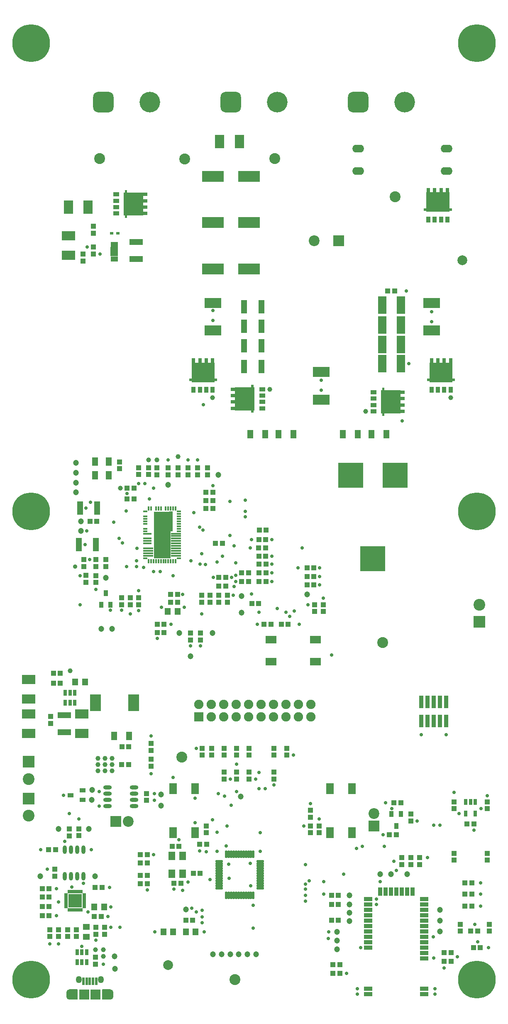
<source format=gts>
G04 Layer_Color=8388736*
%FSLAX44Y44*%
%MOMM*%
G71*
G01*
G75*
%ADD12C,1.0000*%
%ADD71C,2.2000*%
%ADD72R,2.2000X2.2000*%
%ADD77C,0.7000*%
%ADD83R,1.9000X2.7000*%
%ADD84R,1.0500X1.0500*%
%ADD85C,1.2000*%
%ADD86R,1.0500X1.0500*%
%ADD87R,1.7000X0.9000*%
%ADD88R,0.9000X1.7000*%
%ADD89R,0.9000X1.2000*%
%ADD90O,0.5000X1.6000*%
%ADD91O,1.6000X0.5000*%
%ADD92R,1.4500X1.8000*%
%ADD93R,1.2000X1.4500*%
%ADD94R,0.7500X1.2000*%
%ADD95R,2.7000X2.7000*%
%ADD96R,0.8000X0.4800*%
%ADD97R,0.4800X0.8000*%
%ADD98R,1.6000X2.3000*%
%ADD99R,1.2000X1.8000*%
%ADD100R,2.7000X1.9000*%
%ADD101R,2.8000X1.3000*%
%ADD102R,2.2000X3.4000*%
%ADD103R,0.9600X2.6000*%
G04:AMPARAMS|DCode=104|XSize=1.75mm|YSize=0.8mm|CornerRadius=0.4mm|HoleSize=0mm|Usage=FLASHONLY|Rotation=180.000|XOffset=0mm|YOffset=0mm|HoleType=Round|Shape=RoundedRectangle|*
%AMROUNDEDRECTD104*
21,1,1.7500,0.0000,0,0,180.0*
21,1,0.9500,0.8000,0,0,180.0*
1,1,0.8000,-0.4750,0.0000*
1,1,0.8000,0.4750,0.0000*
1,1,0.8000,0.4750,0.0000*
1,1,0.8000,-0.4750,0.0000*
%
%ADD104ROUNDEDRECTD104*%
%ADD105R,1.2000X0.9000*%
%ADD106R,2.3000X1.6000*%
%ADD107R,1.3000X2.8000*%
%ADD108R,1.2000X1.7000*%
%ADD109R,5.2000X5.2000*%
%ADD110R,1.2000X0.9500*%
%ADD111R,1.2000X0.8000*%
%ADD112R,3.4000X2.0000*%
%ADD113R,0.9500X1.2000*%
%ADD114R,0.8000X1.2000*%
%ADD115R,1.7000X3.5500*%
%ADD116R,4.4000X2.3000*%
G04:AMPARAMS|DCode=117|XSize=1.75mm|YSize=0.8mm|CornerRadius=0.4mm|HoleSize=0mm|Usage=FLASHONLY|Rotation=90.000|XOffset=0mm|YOffset=0mm|HoleType=Round|Shape=RoundedRectangle|*
%AMROUNDEDRECTD117*
21,1,1.7500,0.0000,0,0,90.0*
21,1,0.9500,0.8000,0,0,90.0*
1,1,0.8000,0.0000,0.4750*
1,1,0.8000,0.0000,-0.4750*
1,1,0.8000,0.0000,-0.4750*
1,1,0.8000,0.0000,0.4750*
%
%ADD117ROUNDEDRECTD117*%
%ADD118R,1.4500X1.2000*%
%ADD119R,0.9000X0.4500*%
%ADD120R,2.0000X0.4500*%
%ADD121R,0.4500X0.9000*%
%ADD122R,1.7000X0.4500*%
%ADD123R,3.3500X9.5800*%
%ADD124R,0.7000X4.0300*%
%ADD125C,2.0000*%
%ADD126R,1.5500X1.8500*%
%ADD127R,0.5000X1.0000*%
%ADD128R,0.5032X1.0032*%
%ADD129R,0.6064X1.5462*%
%ADD130R,2.0034X2.1050*%
%ADD131R,0.7000X0.6000*%
%ADD132C,2.2320*%
%ADD133C,7.7000*%
%ADD134C,1.9000*%
%ADD135R,1.9000X1.9000*%
%ADD136R,2.2000X2.2000*%
%ADD137O,2.4000X1.6000*%
%ADD138C,2.4000*%
%ADD139R,2.4000X2.4000*%
%ADD140O,1.2500X1.4500*%
%ADD141O,1.2000X2.1000*%
%ADD142C,4.2000*%
G04:AMPARAMS|DCode=143|XSize=4.2mm|YSize=4.2mm|CornerRadius=1.1mm|HoleSize=0mm|Usage=FLASHONLY|Rotation=180.000|XOffset=0mm|YOffset=0mm|HoleType=Round|Shape=RoundedRectangle|*
%AMROUNDEDRECTD143*
21,1,4.2000,2.0000,0,0,180.0*
21,1,2.0000,4.2000,0,0,180.0*
1,1,2.2000,-1.0000,1.0000*
1,1,2.2000,1.0000,1.0000*
1,1,2.2000,1.0000,-1.0000*
1,1,2.2000,-1.0000,-1.0000*
%
%ADD143ROUNDEDRECTD143*%
%ADD144C,0.9000*%
G36*
X573500Y1543750D02*
X578500D01*
Y1538750D01*
X573500D01*
Y1536500D01*
X526500D01*
Y1538750D01*
X521500D01*
Y1543750D01*
X526500D01*
Y1576250D01*
X573500D01*
Y1543750D01*
D02*
G37*
G36*
X-83750Y1576000D02*
X-51250D01*
Y1529000D01*
X-83750D01*
Y1524000D01*
X-88750D01*
Y1529000D01*
X-91000D01*
Y1576000D01*
X-88750D01*
Y1581000D01*
X-83750D01*
Y1576000D01*
D02*
G37*
G36*
X580000Y1196250D02*
X585000D01*
Y1191250D01*
X580000D01*
Y1189000D01*
X533000D01*
Y1191250D01*
X528000D01*
Y1196250D01*
X533000D01*
Y1228750D01*
X580000D01*
Y1196250D01*
D02*
G37*
G36*
X94590D02*
X99590D01*
Y1191250D01*
X94590D01*
Y1189000D01*
X47590D01*
Y1191250D01*
X42590D01*
Y1196250D01*
X47590D01*
Y1228750D01*
X94590D01*
Y1196250D01*
D02*
G37*
G36*
X173750Y1178500D02*
X176000D01*
Y1131500D01*
X173750D01*
Y1126500D01*
X168750D01*
Y1131500D01*
X136250D01*
Y1178500D01*
X168750D01*
Y1183500D01*
X173750D01*
Y1178500D01*
D02*
G37*
G36*
X441250Y1172500D02*
X473750D01*
Y1125500D01*
X441250D01*
Y1120500D01*
X436250D01*
Y1125500D01*
X434000D01*
Y1172500D01*
X436250D01*
Y1177500D01*
X441250D01*
Y1172500D01*
D02*
G37*
G36*
X-118246Y-49498D02*
X-118244Y-49498D01*
X-118182Y-49502D01*
X-118118Y-49507D01*
X-118116Y-49507D01*
X-118113Y-49507D01*
X-118054Y-49519D01*
X-117990Y-49532D01*
X-117987Y-49533D01*
X-117985Y-49533D01*
X-117929Y-49553D01*
X-117865Y-49574D01*
X-117863Y-49575D01*
X-117861Y-49576D01*
X-117805Y-49604D01*
X-117748Y-49632D01*
X-117746Y-49634D01*
X-117743Y-49635D01*
X-117692Y-49670D01*
X-117639Y-49705D01*
X-117637Y-49707D01*
X-117635Y-49708D01*
X-117589Y-49749D01*
X-117540Y-49791D01*
X-117539Y-49793D01*
X-117537Y-49795D01*
X-117497Y-49841D01*
X-117454Y-49890D01*
X-117452Y-49892D01*
X-117451Y-49894D01*
X-117417Y-49946D01*
X-117381Y-49999D01*
X-117380Y-50001D01*
X-117379Y-50003D01*
X-117351Y-50060D01*
X-117323Y-50117D01*
X-117322Y-50119D01*
X-117321Y-50121D01*
X-117302Y-50179D01*
X-117281Y-50241D01*
X-117280Y-50243D01*
X-117280Y-50246D01*
X-117268Y-50305D01*
X-117255Y-50369D01*
X-117255Y-50372D01*
X-117255Y-50374D01*
X-117251Y-50436D01*
X-117247Y-50500D01*
X-117247Y-50503D01*
X-117247Y-50505D01*
X-117251Y-50567D01*
X-117255Y-50631D01*
X-117256Y-50633D01*
X-117256Y-50636D01*
X-117268Y-50695D01*
X-117281Y-50759D01*
X-117282Y-50762D01*
X-117282Y-50764D01*
X-117302Y-50820D01*
X-117323Y-50883D01*
X-117324Y-50886D01*
X-117325Y-50888D01*
X-117353Y-50944D01*
X-117381Y-51001D01*
X-117382Y-51003D01*
X-117384Y-51006D01*
X-117419Y-51057D01*
X-117454Y-51110D01*
X-117456Y-51112D01*
X-117457Y-51114D01*
X-117499Y-51161D01*
X-117540Y-51209D01*
X-117542Y-51210D01*
X-117544Y-51212D01*
X-120277Y-53917D01*
X-120249Y-66084D01*
X-117541Y-68791D01*
X-117540Y-68791D01*
X-117540Y-68791D01*
X-117487Y-68852D01*
X-117454Y-68890D01*
X-117454Y-68890D01*
X-117454Y-68890D01*
X-117425Y-68933D01*
X-117381Y-68999D01*
X-117381Y-68999D01*
D01*
X-117376Y-69008D01*
X-117323Y-69116D01*
X-117323Y-69116D01*
X-117323Y-69117D01*
X-117297Y-69194D01*
X-117281Y-69240D01*
X-117281Y-69241D01*
X-117281Y-69241D01*
X-117272Y-69284D01*
X-117255Y-69369D01*
X-117247Y-69500D01*
Y-69500D01*
Y-69500D01*
X-117251Y-69560D01*
X-117255Y-69631D01*
X-117255Y-69631D01*
Y-69631D01*
X-117281Y-69759D01*
X-117313Y-69855D01*
X-117323Y-69883D01*
X-117323Y-69883D01*
X-117323Y-69883D01*
X-117350Y-69938D01*
X-117381Y-70001D01*
X-117381Y-70001D01*
X-117381Y-70001D01*
X-117454Y-70110D01*
X-117512Y-70176D01*
X-117540Y-70209D01*
X-117540Y-70209D01*
X-117540Y-70209D01*
X-117601Y-70262D01*
X-117639Y-70295D01*
X-117639Y-70295D01*
X-117639Y-70295D01*
X-117682Y-70324D01*
X-117748Y-70368D01*
X-117748Y-70368D01*
D01*
X-117758Y-70373D01*
X-117865Y-70426D01*
X-117865Y-70426D01*
X-117865Y-70426D01*
X-117943Y-70452D01*
X-117989Y-70468D01*
X-117990Y-70468D01*
X-117990Y-70468D01*
X-118033Y-70477D01*
X-118118Y-70494D01*
X-118249Y-70502D01*
X-118249D01*
X-118249D01*
X-133997D01*
X-134048Y-70499D01*
X-134128Y-70494D01*
X-134128Y-70494D01*
X-134128D01*
X-134152Y-70489D01*
X-134256Y-70468D01*
X-134256Y-70468D01*
D01*
X-134381Y-70426D01*
X-134456Y-70389D01*
X-134498Y-70368D01*
X-134498Y-70368D01*
X-134498Y-70368D01*
X-134535Y-70343D01*
X-134607Y-70295D01*
X-134607Y-70295D01*
X-134607Y-70295D01*
X-134650Y-70257D01*
X-134705Y-70209D01*
X-134705Y-70209D01*
X-134706Y-70209D01*
X-134754Y-70153D01*
X-134792Y-70110D01*
X-134792Y-70110D01*
X-134792Y-70110D01*
X-134840Y-70038D01*
X-134865Y-70001D01*
X-134865Y-70001D01*
X-134865Y-70001D01*
X-134886Y-69959D01*
X-134923Y-69884D01*
X-134965Y-69759D01*
D01*
X-134965Y-69759D01*
X-134986Y-69656D01*
X-134991Y-69631D01*
Y-69631D01*
X-134991Y-69631D01*
X-134996Y-69552D01*
X-134999Y-69500D01*
X-135002Y-50500D01*
Y-50500D01*
Y-50500D01*
X-134999Y-50449D01*
X-134994Y-50369D01*
X-134993Y-50369D01*
Y-50369D01*
X-134989Y-50345D01*
X-134968Y-50241D01*
X-134968Y-50241D01*
D01*
X-134926Y-50117D01*
X-134889Y-50041D01*
X-134868Y-49999D01*
X-134868Y-49999D01*
X-134868Y-49999D01*
X-134843Y-49962D01*
X-134795Y-49890D01*
X-134795Y-49890D01*
X-134795Y-49890D01*
X-134757Y-49847D01*
X-134709Y-49791D01*
X-134709Y-49791D01*
X-134709Y-49791D01*
X-134654Y-49743D01*
X-134610Y-49705D01*
X-134610Y-49705D01*
X-134610Y-49705D01*
X-134538Y-49657D01*
X-134501Y-49632D01*
X-134501Y-49632D01*
X-134501Y-49632D01*
X-134459Y-49612D01*
X-134384Y-49574D01*
X-134260Y-49532D01*
D01*
X-134259Y-49532D01*
X-134156Y-49511D01*
X-134131Y-49507D01*
X-134131D01*
X-134131Y-49507D01*
X-134052Y-49501D01*
X-134000Y-49498D01*
X-134000D01*
X-134000D01*
X-118249D01*
X-118246Y-49498D01*
D02*
G37*
G36*
X-185948Y-49501D02*
X-185869Y-49507D01*
X-185869Y-49507D01*
X-185869D01*
X-185844Y-49511D01*
X-185741Y-49532D01*
X-185741Y-49532D01*
D01*
X-185616Y-49574D01*
X-185541Y-49612D01*
X-185499Y-49632D01*
X-185499Y-49632D01*
X-185499Y-49632D01*
X-185462Y-49657D01*
X-185390Y-49705D01*
X-185390Y-49705D01*
X-185390Y-49705D01*
X-185347Y-49743D01*
X-185291Y-49791D01*
X-185291Y-49791D01*
X-185291Y-49791D01*
X-185243Y-49847D01*
X-185205Y-49890D01*
X-185205Y-49890D01*
X-185205Y-49890D01*
X-185157Y-49962D01*
X-185132Y-49999D01*
X-185132Y-49999D01*
X-185132Y-49999D01*
X-185111Y-50041D01*
X-185074Y-50117D01*
X-185032Y-50241D01*
D01*
X-185032Y-50241D01*
X-185011Y-50345D01*
X-185006Y-50369D01*
Y-50369D01*
X-185006Y-50369D01*
X-185001Y-50449D01*
X-184998Y-50500D01*
Y-50500D01*
Y-50500D01*
X-185001Y-69500D01*
X-185004Y-69552D01*
X-185009Y-69631D01*
X-185009Y-69631D01*
Y-69631D01*
X-185014Y-69656D01*
X-185035Y-69759D01*
X-185035Y-69759D01*
D01*
X-185077Y-69884D01*
X-185114Y-69959D01*
X-185135Y-70001D01*
X-185135Y-70001D01*
X-185135Y-70001D01*
X-185160Y-70038D01*
X-185208Y-70110D01*
X-185208Y-70110D01*
X-185208Y-70110D01*
X-185246Y-70153D01*
X-185294Y-70209D01*
X-185294Y-70209D01*
X-185294Y-70209D01*
X-185350Y-70257D01*
X-185393Y-70295D01*
X-185393Y-70295D01*
X-185393Y-70295D01*
X-185465Y-70343D01*
X-185502Y-70368D01*
X-185502Y-70368D01*
X-185502Y-70368D01*
X-185544Y-70389D01*
X-185620Y-70426D01*
X-185744Y-70468D01*
D01*
X-185744Y-70468D01*
X-185848Y-70489D01*
X-185872Y-70494D01*
X-185872D01*
X-185872Y-70494D01*
X-185952Y-70499D01*
X-186003Y-70502D01*
X-201751D01*
X-201751D01*
X-201751D01*
X-201882Y-70494D01*
X-201967Y-70477D01*
X-202010Y-70468D01*
X-202010Y-70468D01*
X-202010Y-70468D01*
X-202057Y-70452D01*
X-202134Y-70426D01*
X-202135Y-70426D01*
X-202135Y-70426D01*
X-202243Y-70373D01*
X-202252Y-70368D01*
D01*
X-202252Y-70368D01*
X-202318Y-70324D01*
X-202361Y-70295D01*
X-202361Y-70295D01*
X-202361Y-70295D01*
X-202399Y-70262D01*
X-202460Y-70209D01*
X-202460Y-70209D01*
X-202460Y-70209D01*
X-202488Y-70176D01*
X-202546Y-70110D01*
X-202619Y-70001D01*
X-202619Y-70001D01*
X-202619Y-70001D01*
X-202650Y-69938D01*
X-202677Y-69883D01*
X-202677Y-69883D01*
X-202677Y-69883D01*
X-202686Y-69855D01*
X-202719Y-69759D01*
X-202745Y-69631D01*
Y-69631D01*
X-202745Y-69631D01*
X-202749Y-69560D01*
X-202753Y-69500D01*
Y-69500D01*
Y-69500D01*
X-202745Y-69369D01*
X-202728Y-69284D01*
X-202719Y-69241D01*
X-202719Y-69241D01*
X-202719Y-69240D01*
X-202703Y-69194D01*
X-202677Y-69117D01*
X-202677Y-69116D01*
X-202677Y-69116D01*
X-202624Y-69008D01*
X-202619Y-68999D01*
D01*
X-202619Y-68999D01*
X-202575Y-68933D01*
X-202546Y-68890D01*
X-202546Y-68890D01*
X-202546Y-68890D01*
X-202513Y-68852D01*
X-202460Y-68791D01*
X-202460Y-68791D01*
X-202460Y-68791D01*
X-199751Y-66084D01*
X-199723Y-53917D01*
X-202456Y-51212D01*
X-202458Y-51210D01*
X-202460Y-51209D01*
X-202501Y-51161D01*
X-202543Y-51114D01*
X-202544Y-51112D01*
X-202546Y-51110D01*
X-202581Y-51057D01*
X-202616Y-51006D01*
X-202617Y-51003D01*
X-202619Y-51001D01*
X-202647Y-50944D01*
X-202675Y-50888D01*
X-202676Y-50886D01*
X-202677Y-50883D01*
X-202698Y-50820D01*
X-202718Y-50764D01*
X-202718Y-50762D01*
X-202719Y-50759D01*
X-202732Y-50695D01*
X-202744Y-50636D01*
X-202744Y-50633D01*
X-202745Y-50631D01*
X-202749Y-50567D01*
X-202753Y-50505D01*
X-202753Y-50503D01*
X-202753Y-50500D01*
X-202749Y-50436D01*
X-202745Y-50374D01*
X-202745Y-50372D01*
X-202745Y-50369D01*
X-202732Y-50305D01*
X-202720Y-50246D01*
X-202719Y-50243D01*
X-202719Y-50241D01*
X-202698Y-50179D01*
X-202679Y-50121D01*
X-202678Y-50119D01*
X-202677Y-50117D01*
X-202649Y-50060D01*
X-202621Y-50003D01*
X-202620Y-50001D01*
X-202619Y-49999D01*
X-202583Y-49946D01*
X-202549Y-49894D01*
X-202548Y-49892D01*
X-202546Y-49890D01*
X-202503Y-49841D01*
X-202463Y-49795D01*
X-202461Y-49793D01*
X-202460Y-49791D01*
X-202411Y-49749D01*
X-202365Y-49708D01*
X-202363Y-49707D01*
X-202361Y-49705D01*
X-202308Y-49670D01*
X-202257Y-49635D01*
X-202254Y-49634D01*
X-202252Y-49632D01*
X-202195Y-49604D01*
X-202139Y-49576D01*
X-202137Y-49575D01*
X-202134Y-49574D01*
X-202071Y-49553D01*
X-202015Y-49533D01*
X-202013Y-49533D01*
X-202010Y-49532D01*
X-201946Y-49519D01*
X-201887Y-49507D01*
X-201884Y-49507D01*
X-201882Y-49507D01*
X-201818Y-49502D01*
X-201756Y-49498D01*
X-201754Y-49498D01*
X-201751Y-49498D01*
X-186000D01*
X-186000D01*
X-186000D01*
X-185948Y-49501D01*
D02*
G37*
D12*
X-23000Y1030000D02*
D03*
X-115000Y396000D02*
D03*
X-129000D02*
D03*
X-143000D02*
D03*
Y409000D02*
D03*
Y422000D02*
D03*
X-129000Y409000D02*
D03*
Y422000D02*
D03*
X-115000D02*
D03*
Y409000D02*
D03*
X19999Y1037502D02*
D03*
X-40000Y1030500D02*
D03*
X576000Y1157500D02*
D03*
X402500Y1129500D02*
D03*
X207500Y1174500D02*
D03*
X90590Y1157500D02*
D03*
X-132500Y18000D02*
D03*
X-148500Y31000D02*
D03*
X-132500D02*
D03*
X-200469Y600000D02*
D03*
X-97500Y973000D02*
D03*
D71*
X420000Y308631D02*
D03*
X-81800Y293000D02*
D03*
X297500Y1477500D02*
D03*
D72*
X420000Y283231D02*
D03*
D77*
X441000Y242000D02*
D03*
X396000D02*
D03*
X-147500Y50500D02*
D03*
X-224000Y129000D02*
D03*
X188000Y270000D02*
D03*
X173590Y75410D02*
D03*
X-164000Y108000D02*
D03*
X-123000Y99000D02*
D03*
X-30000Y972500D02*
D03*
X-38000Y950500D02*
D03*
X-167500Y932500D02*
D03*
X-170000Y858000D02*
D03*
X-93000Y861000D02*
D03*
X-166000Y886000D02*
D03*
X-100000Y870000D02*
D03*
X91071Y1314929D02*
D03*
X-141000Y354000D02*
D03*
X-214000Y346660D02*
D03*
X267000Y695000D02*
D03*
X-2500Y868000D02*
D03*
Y838000D02*
D03*
Y858000D02*
D03*
Y848000D02*
D03*
X-12500Y838000D02*
D03*
Y858000D02*
D03*
Y848000D02*
D03*
Y868000D02*
D03*
Y878000D02*
D03*
X126000Y876161D02*
D03*
X-22500Y918000D02*
D03*
Y908000D02*
D03*
Y898000D02*
D03*
Y888000D02*
D03*
Y878000D02*
D03*
Y868000D02*
D03*
Y838000D02*
D03*
Y848000D02*
D03*
Y858000D02*
D03*
X-12500Y918000D02*
D03*
Y908000D02*
D03*
Y898000D02*
D03*
Y888000D02*
D03*
X-2500Y878000D02*
D03*
Y888000D02*
D03*
Y898000D02*
D03*
Y908000D02*
D03*
Y918000D02*
D03*
X182000Y695000D02*
D03*
X248000Y711000D02*
D03*
X257000Y722500D02*
D03*
X273000Y851000D02*
D03*
X240000Y720000D02*
D03*
X167340Y851000D02*
D03*
X333000Y632500D02*
D03*
X170000Y757000D02*
D03*
X-86000Y926000D02*
D03*
X-159000Y944000D02*
D03*
X-47501Y982502D02*
D03*
X563000Y-6000D02*
D03*
X255000Y428000D02*
D03*
X57000Y442277D02*
D03*
X188000Y232000D02*
D03*
X168590Y161953D02*
D03*
X-166500Y-56000D02*
D03*
X-176000D02*
D03*
X-117000Y118500D02*
D03*
X-197000Y159000D02*
D03*
X-211000Y252000D02*
D03*
X-157000Y235500D02*
D03*
X-260000D02*
D03*
X-202000Y308631D02*
D03*
X-182469Y298000D02*
D03*
X69158Y86000D02*
D03*
Y98000D02*
D03*
X11590Y154500D02*
D03*
X-34698Y390000D02*
D03*
X-141000Y324126D02*
D03*
X-28550Y350000D02*
D03*
Y336000D02*
D03*
X167000Y207000D02*
D03*
X115000Y344840D02*
D03*
X583000Y352500D02*
D03*
X638000Y318826D02*
D03*
X651000Y345000D02*
D03*
X624000Y275000D02*
D03*
X593038Y308962D02*
D03*
X554700Y285000D02*
D03*
X542000D02*
D03*
X45500Y651000D02*
D03*
X567400Y470000D02*
D03*
X516600D02*
D03*
X456000Y319000D02*
D03*
X425000Y123499D02*
D03*
Y134500D02*
D03*
X384000Y238000D02*
D03*
X543918Y-59500D02*
D03*
Y-48500D02*
D03*
X386000Y-59500D02*
D03*
Y-48500D02*
D03*
X625500Y83000D02*
D03*
X541000Y57499D02*
D03*
X590000Y17000D02*
D03*
X542000Y14000D02*
D03*
X364000Y-17000D02*
D03*
X631000Y47000D02*
D03*
X653000Y35500D02*
D03*
X326500Y54500D02*
D03*
X327500Y67500D02*
D03*
X392500Y35500D02*
D03*
X637500Y120000D02*
D03*
Y145000D02*
D03*
X280000Y130000D02*
D03*
X637500Y167500D02*
D03*
X280000Y142453D02*
D03*
X465000Y193000D02*
D03*
X438000Y266000D02*
D03*
X443000Y331000D02*
D03*
X287500Y171953D02*
D03*
X280000Y154500D02*
D03*
Y205000D02*
D03*
Y165000D02*
D03*
X529000Y219000D02*
D03*
X460000Y212000D02*
D03*
X358000Y185000D02*
D03*
X432000Y170000D02*
D03*
X317500Y145000D02*
D03*
Y170000D02*
D03*
X-34698Y467500D02*
D03*
X133933Y855000D02*
D03*
X91090Y977500D02*
D03*
X-65000Y813000D02*
D03*
X-50000Y811000D02*
D03*
X-85000Y813000D02*
D03*
X29590Y756000D02*
D03*
X-14047Y730000D02*
D03*
X32593D02*
D03*
X137500Y795000D02*
D03*
X76000Y817000D02*
D03*
X65000Y817500D02*
D03*
X111000Y834000D02*
D03*
X100000Y822000D02*
D03*
X68000Y839000D02*
D03*
X170000Y867500D02*
D03*
X222000Y727500D02*
D03*
X316000Y748000D02*
D03*
X285000Y735000D02*
D03*
X-139469Y1450469D02*
D03*
X537000Y1312500D02*
D03*
Y1332500D02*
D03*
X312500Y1192500D02*
D03*
Y1172500D02*
D03*
X91090Y1335000D02*
D03*
X211000Y834000D02*
D03*
X157000Y948000D02*
D03*
X40000Y1030000D02*
D03*
X60000D02*
D03*
X0D02*
D03*
X485500Y1375000D02*
D03*
X490750Y1226500D02*
D03*
X126000Y945500D02*
D03*
X309000Y810000D02*
D03*
X-22500Y666000D02*
D03*
X65500Y651000D02*
D03*
X5500Y695500D02*
D03*
X129000Y791000D02*
D03*
X-60000Y764000D02*
D03*
X309000Y775500D02*
D03*
Y792500D02*
D03*
X211000Y867500D02*
D03*
X211500Y817500D02*
D03*
Y800000D02*
D03*
Y782500D02*
D03*
X-60000Y723000D02*
D03*
X68000Y716000D02*
D03*
X-77500D02*
D03*
X-95000Y723547D02*
D03*
X-118000D02*
D03*
X-180000Y794547D02*
D03*
X-64000Y850000D02*
D03*
X173590Y121953D02*
D03*
X-30000Y802500D02*
D03*
X-16000D02*
D03*
X10000Y794500D02*
D03*
X265000Y810000D02*
D03*
X46000Y825000D02*
D03*
X92000Y791000D02*
D03*
X71000Y887000D02*
D03*
X64000Y893000D02*
D03*
X52500Y923000D02*
D03*
X-65000Y825000D02*
D03*
X477500Y1110000D02*
D03*
X132500Y754000D02*
D03*
X133933Y772500D02*
D03*
X-111000Y903000D02*
D03*
X-165750Y1464500D02*
D03*
X-180000Y735000D02*
D03*
X-60000Y982500D02*
D03*
X157000Y914000D02*
D03*
Y925000D02*
D03*
X185000Y720000D02*
D03*
X-147500Y766000D02*
D03*
X137500Y782500D02*
D03*
X185000Y360000D02*
D03*
Y393000D02*
D03*
X198000Y360000D02*
D03*
X124000Y177000D02*
D03*
X78000Y231000D02*
D03*
X69000Y112000D02*
D03*
X29000Y152000D02*
D03*
X22000Y255454D02*
D03*
X123590Y206000D02*
D03*
X10000Y383000D02*
D03*
X126869Y379277D02*
D03*
X178000D02*
D03*
X216000Y367000D02*
D03*
X128000Y326000D02*
D03*
X102000Y350000D02*
D03*
X-153000Y-56000D02*
D03*
X-143500D02*
D03*
X-132500Y2000D02*
D03*
X-228000Y156000D02*
D03*
X-241469Y43000D02*
D03*
X-223969D02*
D03*
X-246469Y195500D02*
D03*
X-172919Y166500D02*
D03*
X-120000Y158000D02*
D03*
X-228000Y101000D02*
D03*
X-117000Y77000D02*
D03*
X-98500D02*
D03*
X55000Y290000D02*
D03*
Y340000D02*
D03*
X40000Y169000D02*
D03*
X57000Y108000D02*
D03*
X48000Y116000D02*
D03*
X85000Y174000D02*
D03*
X118590Y243000D02*
D03*
X100000Y232000D02*
D03*
Y270953D02*
D03*
X120000Y284000D02*
D03*
X277000D02*
D03*
X308047Y298000D02*
D03*
X290000Y329676D02*
D03*
X64000Y233000D02*
D03*
X-30000Y225400D02*
D03*
X-43021Y152890D02*
D03*
X90000Y296000D02*
D03*
X-27000Y68000D02*
D03*
X73000Y68000D02*
D03*
X139580Y410000D02*
D03*
X-197469Y138500D02*
D03*
X-182469D02*
D03*
Y123500D02*
D03*
X-189969Y131000D02*
D03*
X-197469Y123500D02*
D03*
X139000Y354000D02*
D03*
X-160000Y827000D02*
D03*
X-84000Y962000D02*
D03*
X-176000Y38000D02*
D03*
X507500Y294069D02*
D03*
X137500Y820000D02*
D03*
X72000Y1143000D02*
D03*
D83*
X105000Y1680000D02*
D03*
X145000D02*
D03*
X-163700Y1546000D02*
D03*
X-203700D02*
D03*
D84*
X336000Y-17000D02*
D03*
X350000D02*
D03*
X350000Y499D02*
D03*
X336001D02*
D03*
X333000Y91000D02*
D03*
X347000D02*
D03*
X333000Y123499D02*
D03*
X347000D02*
D03*
X333000Y142500D02*
D03*
X347000D02*
D03*
X636470Y35500D02*
D03*
X622470D02*
D03*
X631000Y69000D02*
D03*
X617000D02*
D03*
X619500Y120000D02*
D03*
X605500D02*
D03*
X619500Y145000D02*
D03*
X605500D02*
D03*
X619500Y167500D02*
D03*
X605500D02*
D03*
X609611Y287453D02*
D03*
X623611D02*
D03*
X465000Y266000D02*
D03*
X451000D02*
D03*
X460500Y330931D02*
D03*
X474500D02*
D03*
X78090Y245953D02*
D03*
X64090D02*
D03*
X8000Y242000D02*
D03*
X22000D02*
D03*
X-43000Y207900D02*
D03*
X-57000D02*
D03*
X-43000Y225400D02*
D03*
X-57000D02*
D03*
X-43000Y182900D02*
D03*
X-57000D02*
D03*
X-43021Y165890D02*
D03*
X-57021D02*
D03*
X36047Y91090D02*
D03*
X50047D02*
D03*
X-135000Y158000D02*
D03*
X-149000D02*
D03*
X-243969Y235500D02*
D03*
X-229969D02*
D03*
X-95000Y409000D02*
D03*
X-81000D02*
D03*
X-80500Y445000D02*
D03*
X-94500D02*
D03*
X-220000Y575000D02*
D03*
X-234000D02*
D03*
Y595000D02*
D03*
X-220000D02*
D03*
X244500Y695000D02*
D03*
X230500D02*
D03*
X209500D02*
D03*
X195500D02*
D03*
X103000Y772590D02*
D03*
X117000D02*
D03*
X117000Y791000D02*
D03*
X103000D02*
D03*
X150000Y782500D02*
D03*
X164000D02*
D03*
Y800000D02*
D03*
X150000D02*
D03*
X185000Y834000D02*
D03*
X199000D02*
D03*
X198500Y851000D02*
D03*
X184500D02*
D03*
X185000Y867500D02*
D03*
X199000D02*
D03*
X199590Y887500D02*
D03*
X185590D02*
D03*
X-8500Y678000D02*
D03*
X-22500D02*
D03*
X-8500Y695500D02*
D03*
X-22500D02*
D03*
X19000Y740000D02*
D03*
X5000D02*
D03*
Y756000D02*
D03*
X19000D02*
D03*
X-159500Y905250D02*
D03*
X-145500D02*
D03*
X-70000Y950500D02*
D03*
X-84000D02*
D03*
X-70000Y973000D02*
D03*
X-84000D02*
D03*
X462000Y1375000D02*
D03*
X448000D02*
D03*
X-137000Y99000D02*
D03*
X-151000D02*
D03*
X-242969Y119000D02*
D03*
X-256969D02*
D03*
X-257000Y138500D02*
D03*
X-243000D02*
D03*
Y101000D02*
D03*
X-257000D02*
D03*
X-243000Y156000D02*
D03*
X-257000D02*
D03*
X25590Y166953D02*
D03*
X11590D02*
D03*
X563000Y25000D02*
D03*
X577000D02*
D03*
X563000Y7500D02*
D03*
X577000D02*
D03*
X184500Y737500D02*
D03*
X170500D02*
D03*
X77000Y964500D02*
D03*
X91000D02*
D03*
X77000Y947000D02*
D03*
X91000D02*
D03*
X91000Y931000D02*
D03*
X77000D02*
D03*
X283000Y775500D02*
D03*
X297000D02*
D03*
X283000Y810000D02*
D03*
X297000D02*
D03*
Y792500D02*
D03*
X283000D02*
D03*
X185500Y782500D02*
D03*
X199500D02*
D03*
X185500Y800000D02*
D03*
X199500D02*
D03*
Y817500D02*
D03*
X185500D02*
D03*
X51000Y187000D02*
D03*
X65000D02*
D03*
X96590Y860000D02*
D03*
X110590D02*
D03*
D85*
X343970Y32000D02*
D03*
X553970Y112500D02*
D03*
X487000Y184969D02*
D03*
X91500Y22000D02*
D03*
X109000D02*
D03*
X126500D02*
D03*
X144000D02*
D03*
X179000D02*
D03*
X-109500Y18000D02*
D03*
X-14324Y348000D02*
D03*
Y325000D02*
D03*
X148000Y343334D02*
D03*
X283000Y756000D02*
D03*
X-155649Y336878D02*
D03*
X-155149Y357052D02*
D03*
X22500Y677000D02*
D03*
X90000Y677500D02*
D03*
X45500Y630000D02*
D03*
X-115000Y686092D02*
D03*
X-137000D02*
D03*
X-178000Y905000D02*
D03*
Y886000D02*
D03*
X-188000Y964000D02*
D03*
Y984000D02*
D03*
Y1004000D02*
D03*
Y1024500D02*
D03*
X150000Y753000D02*
D03*
Y719000D02*
D03*
X-0Y979500D02*
D03*
X-261000Y181500D02*
D03*
X-109000Y-8000D02*
D03*
X-149000Y181500D02*
D03*
X-224000Y278000D02*
D03*
X-162000D02*
D03*
X36000Y113137D02*
D03*
X161500Y22000D02*
D03*
X553970Y90499D02*
D03*
Y68499D02*
D03*
X102000Y1000000D02*
D03*
X453999Y185000D02*
D03*
X431969Y185000D02*
D03*
X-127500Y790000D02*
D03*
X343970Y50000D02*
D03*
Y68000D02*
D03*
X369970Y90000D02*
D03*
Y107000D02*
D03*
Y123499D02*
D03*
Y142547D02*
D03*
D86*
X650962Y228000D02*
D03*
Y214000D02*
D03*
X583000Y228000D02*
D03*
Y214000D02*
D03*
X651000Y319000D02*
D03*
Y333000D02*
D03*
X512670Y218953D02*
D03*
Y204953D02*
D03*
X495000Y219000D02*
D03*
Y205000D02*
D03*
X476000Y218953D02*
D03*
Y204953D02*
D03*
X495000Y294000D02*
D03*
Y308000D02*
D03*
X290000Y270000D02*
D03*
Y284000D02*
D03*
X290000Y301676D02*
D03*
Y315676D02*
D03*
X78000Y270000D02*
D03*
Y284000D02*
D03*
X-231469Y195500D02*
D03*
Y181500D02*
D03*
X-202000Y277500D02*
D03*
Y263500D02*
D03*
X-44000Y350000D02*
D03*
Y336000D02*
D03*
X164980Y379277D02*
D03*
Y393277D02*
D03*
X139580Y393277D02*
D03*
Y379277D02*
D03*
X114158Y393277D02*
D03*
Y379277D02*
D03*
X215780Y393277D02*
D03*
Y379277D02*
D03*
X164980Y428277D02*
D03*
Y442277D02*
D03*
X139580Y428277D02*
D03*
Y442277D02*
D03*
X114180Y428277D02*
D03*
Y442277D02*
D03*
X88780Y428277D02*
D03*
Y442277D02*
D03*
X69158Y428277D02*
D03*
Y442277D02*
D03*
X-34698Y405500D02*
D03*
Y419500D02*
D03*
Y452000D02*
D03*
Y438000D02*
D03*
X65500Y663000D02*
D03*
Y677000D02*
D03*
X45500Y663000D02*
D03*
Y677000D02*
D03*
X316000Y735000D02*
D03*
Y721000D02*
D03*
X299000Y735000D02*
D03*
Y721000D02*
D03*
X103000Y754000D02*
D03*
Y740000D02*
D03*
X85500D02*
D03*
Y754000D02*
D03*
X68000Y740000D02*
D03*
Y754000D02*
D03*
X-60000Y749000D02*
D03*
Y735000D02*
D03*
X-77500Y749000D02*
D03*
Y735000D02*
D03*
X-95000Y749000D02*
D03*
Y735000D02*
D03*
X-147500Y794500D02*
D03*
Y780500D02*
D03*
X-127500Y827000D02*
D03*
Y813000D02*
D03*
X-147500Y827000D02*
D03*
Y813000D02*
D03*
X-172000D02*
D03*
Y827000D02*
D03*
X80000Y1014000D02*
D03*
Y1000000D02*
D03*
X60000Y1014000D02*
D03*
Y1000000D02*
D03*
X40000Y1014000D02*
D03*
Y1000000D02*
D03*
X20000D02*
D03*
Y1014000D02*
D03*
X0D02*
D03*
Y1000000D02*
D03*
X-23000D02*
D03*
Y1014000D02*
D03*
X-40000Y1000500D02*
D03*
Y1014500D02*
D03*
X-60000Y1000500D02*
D03*
Y1014500D02*
D03*
X-99000Y1026500D02*
D03*
Y1012500D02*
D03*
X-147500Y63000D02*
D03*
Y77000D02*
D03*
X-187469Y72000D02*
D03*
Y58000D02*
D03*
X-204969Y72000D02*
D03*
Y58000D02*
D03*
X-148500Y2000D02*
D03*
Y16000D02*
D03*
X-130000Y77000D02*
D03*
Y63000D02*
D03*
X-223969Y58000D02*
D03*
Y72000D02*
D03*
X-182250Y278000D02*
D03*
Y264000D02*
D03*
X-241469Y72000D02*
D03*
Y58000D02*
D03*
X308047Y284000D02*
D03*
Y270000D02*
D03*
X583000Y319000D02*
D03*
Y333000D02*
D03*
X596000Y69000D02*
D03*
Y83000D02*
D03*
X-240000Y507000D02*
D03*
Y493000D02*
D03*
X-152500Y1493000D02*
D03*
Y1507000D02*
D03*
Y1450500D02*
D03*
Y1464500D02*
D03*
X-174000Y1436000D02*
D03*
Y1450000D02*
D03*
X120500Y740000D02*
D03*
Y754000D02*
D03*
X-168000Y781000D02*
D03*
Y795000D02*
D03*
X655000Y69000D02*
D03*
Y83000D02*
D03*
X215780Y428277D02*
D03*
Y442277D02*
D03*
X241658Y428277D02*
D03*
Y442277D02*
D03*
D87*
X522499Y13499D02*
D03*
X407499Y35499D02*
D03*
X522499Y68499D02*
D03*
Y57499D02*
D03*
Y134500D02*
D03*
Y123499D02*
D03*
Y46500D02*
D03*
Y90499D02*
D03*
Y24499D02*
D03*
X407499Y46500D02*
D03*
X522499Y35499D02*
D03*
Y101500D02*
D03*
Y79500D02*
D03*
X407499Y112500D02*
D03*
Y68499D02*
D03*
Y57499D02*
D03*
X522499Y112500D02*
D03*
X407499Y101500D02*
D03*
Y90499D02*
D03*
Y79500D02*
D03*
Y123499D02*
D03*
Y134500D02*
D03*
Y-48500D02*
D03*
Y-59500D02*
D03*
X522419Y-48500D02*
D03*
Y-59500D02*
D03*
D88*
X431999Y150000D02*
D03*
X442999D02*
D03*
X486999D02*
D03*
X453999D02*
D03*
X464999D02*
D03*
X475999D02*
D03*
X497999D02*
D03*
D89*
X474500Y307931D02*
D03*
X455500D02*
D03*
X465000Y283931D02*
D03*
X-127500Y759000D02*
D03*
X-118000Y735000D02*
D03*
X-137000D02*
D03*
D90*
X118590Y226453D02*
D03*
X123590D02*
D03*
X128590D02*
D03*
X133590D02*
D03*
X138590D02*
D03*
X143590D02*
D03*
X148590D02*
D03*
X153590D02*
D03*
X158590D02*
D03*
X163590D02*
D03*
X168590D02*
D03*
X173590D02*
D03*
Y142453D02*
D03*
X168590D02*
D03*
X163590D02*
D03*
X158590D02*
D03*
X153590D02*
D03*
X148590D02*
D03*
X143590D02*
D03*
X138590D02*
D03*
X133590D02*
D03*
X128590D02*
D03*
X123590D02*
D03*
X118590D02*
D03*
D91*
X188090Y211953D02*
D03*
Y206953D02*
D03*
Y201953D02*
D03*
Y196953D02*
D03*
Y191953D02*
D03*
Y186953D02*
D03*
Y181953D02*
D03*
Y176953D02*
D03*
Y171953D02*
D03*
Y166953D02*
D03*
Y161953D02*
D03*
Y156953D02*
D03*
X104090D02*
D03*
Y161953D02*
D03*
Y166953D02*
D03*
Y171953D02*
D03*
Y176953D02*
D03*
Y181953D02*
D03*
Y186953D02*
D03*
Y191953D02*
D03*
Y196953D02*
D03*
Y201953D02*
D03*
Y206953D02*
D03*
Y211953D02*
D03*
D92*
X7590Y222953D02*
D03*
Y185953D02*
D03*
X29590D02*
D03*
Y222953D02*
D03*
D93*
X36000Y68000D02*
D03*
X56000D02*
D03*
X-170000Y577500D02*
D03*
X-190000D02*
D03*
X-1000Y721000D02*
D03*
X19000D02*
D03*
X-131000Y118500D02*
D03*
X-151000D02*
D03*
X10000Y68000D02*
D03*
X-10000D02*
D03*
D94*
X-166500Y26250D02*
D03*
X-176000D02*
D03*
X-185500D02*
D03*
Y5750D02*
D03*
X-176000D02*
D03*
X-166500D02*
D03*
X-190969Y555250D02*
D03*
X-200469D02*
D03*
X-209969D02*
D03*
Y534750D02*
D03*
X-200469D02*
D03*
X-190969D02*
D03*
D95*
X-189969Y131000D02*
D03*
D96*
X-208469Y118500D02*
D03*
Y123500D02*
D03*
Y128500D02*
D03*
Y133500D02*
D03*
Y138500D02*
D03*
Y143500D02*
D03*
X-171469D02*
D03*
Y138500D02*
D03*
Y133500D02*
D03*
Y128500D02*
D03*
Y123500D02*
D03*
Y118500D02*
D03*
D97*
X-202469Y149500D02*
D03*
X-197469D02*
D03*
X-192469D02*
D03*
X-187469D02*
D03*
X-182469D02*
D03*
X-177469D02*
D03*
Y112500D02*
D03*
X-182469D02*
D03*
X-187469D02*
D03*
X-192469D02*
D03*
X-197469D02*
D03*
X-202469D02*
D03*
D98*
X10000Y270000D02*
D03*
X55000D02*
D03*
X10000Y360000D02*
D03*
X55000D02*
D03*
X329500Y270000D02*
D03*
X374500D02*
D03*
X329500Y360000D02*
D03*
X374500D02*
D03*
D99*
X-110000Y467500D02*
D03*
X-80000D02*
D03*
X444984Y1082500D02*
D03*
X414984D02*
D03*
X356484Y1082500D02*
D03*
X386484D02*
D03*
X255000Y1082500D02*
D03*
X225000D02*
D03*
X167500D02*
D03*
X197500D02*
D03*
D100*
X-175969Y512500D02*
D03*
Y472500D02*
D03*
X-203700Y1447500D02*
D03*
Y1487500D02*
D03*
X-285000Y542500D02*
D03*
Y582500D02*
D03*
Y512500D02*
D03*
Y472500D02*
D03*
D101*
X-212198Y510000D02*
D03*
Y475000D02*
D03*
X-65198Y1475000D02*
D03*
Y1440000D02*
D03*
D102*
X-70698Y534750D02*
D03*
X-148698D02*
D03*
D103*
X516600Y497500D02*
D03*
Y536500D02*
D03*
X529300Y497500D02*
D03*
Y536500D02*
D03*
X542000Y497500D02*
D03*
Y536500D02*
D03*
X554700Y497500D02*
D03*
Y536500D02*
D03*
X567400Y497500D02*
D03*
Y536500D02*
D03*
D104*
X-123500Y324126D02*
D03*
Y336826D02*
D03*
Y349526D02*
D03*
Y362226D02*
D03*
X-69500D02*
D03*
Y349526D02*
D03*
Y336826D02*
D03*
Y324126D02*
D03*
D105*
X-175000Y337160D02*
D03*
Y356160D02*
D03*
X-199000Y346660D02*
D03*
D106*
X210000Y663500D02*
D03*
Y618500D02*
D03*
X300000Y663500D02*
D03*
Y618500D02*
D03*
D107*
X-147500Y858000D02*
D03*
X-182500D02*
D03*
X-180000Y932500D02*
D03*
X-145000D02*
D03*
X155000Y1220750D02*
D03*
X190000D02*
D03*
X155000Y1263000D02*
D03*
X190000D02*
D03*
X155000Y1303000D02*
D03*
X190000D02*
D03*
X155000Y1343000D02*
D03*
X190000D02*
D03*
D108*
X-121500Y999250D02*
D03*
Y1026750D02*
D03*
X-149000Y999250D02*
D03*
Y1026750D02*
D03*
D109*
X462500Y999000D02*
D03*
X372500D02*
D03*
X417500Y829000D02*
D03*
D110*
X191500Y1161500D02*
D03*
Y1135500D02*
D03*
Y1148500D02*
D03*
Y1174500D02*
D03*
X418500Y1142500D02*
D03*
Y1168500D02*
D03*
Y1155500D02*
D03*
Y1129500D02*
D03*
X-106500Y1546000D02*
D03*
Y1572000D02*
D03*
Y1559000D02*
D03*
Y1533000D02*
D03*
D111*
X133500Y1174500D02*
D03*
Y1161500D02*
D03*
Y1148500D02*
D03*
Y1135500D02*
D03*
X476500Y1129500D02*
D03*
Y1142500D02*
D03*
Y1155500D02*
D03*
Y1168500D02*
D03*
X-48500Y1533000D02*
D03*
Y1546000D02*
D03*
Y1559000D02*
D03*
Y1572000D02*
D03*
D112*
X312500Y1209750D02*
D03*
Y1153250D02*
D03*
X537000Y1294250D02*
D03*
Y1350750D02*
D03*
X91071Y1294250D02*
D03*
Y1350750D02*
D03*
D113*
X563000Y1173500D02*
D03*
X537000D02*
D03*
X550000D02*
D03*
X576000D02*
D03*
X556500Y1521000D02*
D03*
X530500D02*
D03*
X543500D02*
D03*
X569500D02*
D03*
X77590Y1173500D02*
D03*
X51590D02*
D03*
X64590D02*
D03*
X90590D02*
D03*
D114*
X576000Y1231500D02*
D03*
X563000D02*
D03*
X550000D02*
D03*
X537000D02*
D03*
X569500Y1579000D02*
D03*
X556500D02*
D03*
X543500D02*
D03*
X530500D02*
D03*
X626111Y308962D02*
D03*
X607111D02*
D03*
Y332962D02*
D03*
X616611D02*
D03*
X626111D02*
D03*
X90590Y1231500D02*
D03*
X77590D02*
D03*
X64590D02*
D03*
X51590D02*
D03*
D115*
X474750Y1226500D02*
D03*
X436250D02*
D03*
X474750Y1265750D02*
D03*
X436250D02*
D03*
X474750Y1305750D02*
D03*
X436250D02*
D03*
X474750Y1345750D02*
D03*
X436250D02*
D03*
D116*
X165090Y1419500D02*
D03*
X91090D02*
D03*
X165090Y1514500D02*
D03*
X91090D02*
D03*
X165090Y1609000D02*
D03*
X91090D02*
D03*
D117*
X-211019Y235500D02*
D03*
X-198319D02*
D03*
X-185619D02*
D03*
X-172919D02*
D03*
Y181500D02*
D03*
X-185619D02*
D03*
X-198319D02*
D03*
X-211019D02*
D03*
D118*
X-167469Y57500D02*
D03*
Y77500D02*
D03*
D119*
X21500Y830000D02*
D03*
Y885000D02*
D03*
Y890000D02*
D03*
Y895000D02*
D03*
Y900000D02*
D03*
Y905000D02*
D03*
Y910000D02*
D03*
Y915000D02*
D03*
Y920000D02*
D03*
Y925000D02*
D03*
X-46500D02*
D03*
Y915000D02*
D03*
Y910000D02*
D03*
Y905000D02*
D03*
Y900000D02*
D03*
Y890000D02*
D03*
Y885000D02*
D03*
Y830000D02*
D03*
D120*
X16000Y835000D02*
D03*
Y840000D02*
D03*
Y845000D02*
D03*
Y850000D02*
D03*
Y855000D02*
D03*
Y860000D02*
D03*
Y865000D02*
D03*
Y870000D02*
D03*
Y875000D02*
D03*
Y880000D02*
D03*
X-41000Y850000D02*
D03*
Y845000D02*
D03*
Y840000D02*
D03*
Y835000D02*
D03*
D121*
X15000Y931500D02*
D03*
X10000D02*
D03*
X5000D02*
D03*
X0D02*
D03*
X-5000D02*
D03*
X-15000D02*
D03*
X-20000D02*
D03*
X-25000D02*
D03*
X-35000D02*
D03*
X-40000D02*
D03*
Y823500D02*
D03*
X-35000D02*
D03*
X-30000D02*
D03*
X-25000D02*
D03*
X-20000D02*
D03*
X-15000D02*
D03*
X-10000D02*
D03*
X-5000D02*
D03*
X0D02*
D03*
X5000D02*
D03*
X10000D02*
D03*
X15000D02*
D03*
D122*
X-42500Y880000D02*
D03*
Y870000D02*
D03*
Y865000D02*
D03*
Y860000D02*
D03*
D123*
X-12500Y877500D02*
D03*
D124*
X5500Y905250D02*
D03*
D125*
X0Y0D02*
D03*
X600000Y1437500D02*
D03*
D126*
X-110000Y1455000D02*
D03*
D127*
X-105000Y1440046D02*
D03*
X-110000D02*
D03*
X-115000D02*
D03*
Y1469954D02*
D03*
X-110000D02*
D03*
D128*
X-105000D02*
D03*
D129*
X-173000Y-33270D02*
D03*
X-166500D02*
D03*
X-160000D02*
D03*
X-153500D02*
D03*
X-147000D02*
D03*
D130*
X-171500Y-60000D02*
D03*
X-148500D02*
D03*
D131*
X-115500Y1493000D02*
D03*
X-102500D02*
D03*
D132*
X217500Y1645000D02*
D03*
X437500Y657500D02*
D03*
X136000Y-30000D02*
D03*
X28000Y424000D02*
D03*
X-140000Y1645000D02*
D03*
X463000Y1567000D02*
D03*
X33211Y1644500D02*
D03*
D133*
X630000Y925000D02*
D03*
X-280000D02*
D03*
X630000Y-30000D02*
D03*
X-280000Y-30000D02*
D03*
X630000Y1880000D02*
D03*
X-280000Y1880000D02*
D03*
D134*
X291390Y531496D02*
D03*
Y506096D02*
D03*
X265990D02*
D03*
Y531496D02*
D03*
X240590D02*
D03*
Y506096D02*
D03*
X215190Y531496D02*
D03*
Y506096D02*
D03*
X189790Y531496D02*
D03*
Y506096D02*
D03*
X164390Y531496D02*
D03*
Y506096D02*
D03*
X62790Y531496D02*
D03*
X88190Y506096D02*
D03*
Y531496D02*
D03*
X113590Y506096D02*
D03*
Y531496D02*
D03*
X138990Y506096D02*
D03*
Y531496D02*
D03*
D135*
X62790Y506096D02*
D03*
D136*
X-107200Y293000D02*
D03*
X347500Y1477500D02*
D03*
D137*
X567500Y1665000D02*
D03*
Y1620000D02*
D03*
X387500Y1665000D02*
D03*
Y1620000D02*
D03*
D138*
X635000Y735000D02*
D03*
X-285000Y304660D02*
D03*
Y379660D02*
D03*
D139*
X635000Y700000D02*
D03*
X-285000Y339660D02*
D03*
Y414660D02*
D03*
D140*
X-182250Y-30000D02*
D03*
X-137750D02*
D03*
D141*
X-118250Y-60000D02*
D03*
X-201750D02*
D03*
D142*
X482500Y1760000D02*
D03*
X222500Y1760000D02*
D03*
X-37500Y1760000D02*
D03*
D143*
X387500D02*
D03*
X127500Y1760000D02*
D03*
X-132500Y1760000D02*
D03*
D144*
X-190000Y813000D02*
D03*
M02*

</source>
